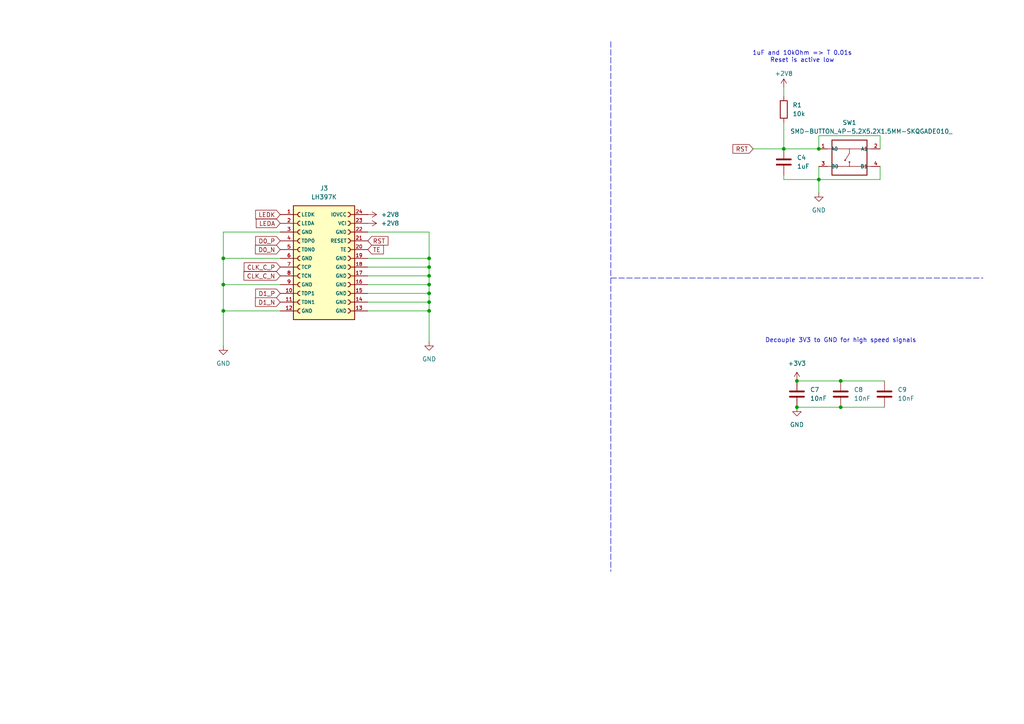
<source format=kicad_sch>
(kicad_sch (version 20231120) (generator "eeschema") (generator_version "8.0")
  (paper "A4")
  (lib_symbols
    (symbol "Device:C" (pin_numbers hide) (pin_names (offset 0.254))
      (property "Reference" "C" (at 0.635 2.54 0))
      (property "Value" "C" (at 0.635 -2.54 0))
      (symbol "C_0_1"
        (polyline (pts (xy -2.032 -0.762) (xy 2.032 -0.762)) (stroke (width 0.508)))
        (polyline (pts (xy -2.032 0.762) (xy 2.032 0.762)) (stroke (width 0.508)))
      )
      (symbol "C_1_1"
        (pin passive line (at 0 3.81 270) (length 2.794) (name "~") (number "1"))
        (pin passive line (at 0 -3.81 90) (length 2.794) (name "~") (number "2"))
      )
    )
    (symbol "Device:R" (pin_numbers hide) (pin_names (offset 0))
      (property "Reference" "R" (at 2.032 0 90))
      (property "Value" "R" (at 0 0 90))
      (symbol "R_0_1"
        (rectangle (start -1.016 -2.54) (end 1.016 2.54) (stroke (width 0.254)))
      )
      (symbol "R_1_1"
        (pin passive line (at 0 3.81 270) (length 1.27) (name "~") (number "1"))
        (pin passive line (at 0 -3.81 90) (length 1.27) (name "~") (number "2"))
      )
    )
    (symbol "LH397K-IC01:LH397K-IC01" (pin_names (offset 1.016))
      (property "Reference" "J" (at -8.9083 15.3926 0))
      (property "Value" "LH397K" (at -8.9063 -20.4718 0))
      (symbol "LH397K-IC01_0_0"
        (rectangle (start -8.89 15.24) (end 8.89 -17.78) (stroke (width 0.254)) (fill (type background)))
        (arc (start -6.985 -14.605) (mid -7.6172 -15.24) (end -6.985 -15.875) (stroke (width 0.254)))
        (arc (start -6.985 -12.065) (mid -7.6172 -12.7) (end -6.985 -13.335) (stroke (width 0.254)))
        (arc (start -6.985 -9.525) (mid -7.6172 -10.16) (end -6.985 -10.795) (stroke (width 0.254)))
        (arc (start -6.985 -6.985) (mid -7.6172 -7.62) (end -6.985 -8.255) (stroke (width 0.254)))
        (arc (start -6.985 -4.445) (mid -7.6172 -5.08) (end -6.985 -5.715) (stroke (width 0.254)))
        (arc (start -6.985 -1.905) (mid -7.6172 -2.54) (end -6.985 -3.175) (stroke (width 0.254)))
        (arc (start -6.985 0.635) (mid -7.6172 0) (end -6.985 -0.635) (stroke (width 0.254)))
        (arc (start -6.985 3.175) (mid -7.6172 2.54) (end -6.985 1.905) (stroke (width 0.254)))
        (arc (start -6.985 5.715) (mid -7.6172 5.08) (end -6.985 4.445) (stroke (width 0.254)))
        (arc (start -6.985 8.255) (mid -7.6172 7.62) (end -6.985 6.985) (stroke (width 0.254)))
        (arc (start -6.985 10.795) (mid -7.6172 10.16) (end -6.985 9.525) (stroke (width 0.254)))
        (arc (start -6.985 13.335) (mid -7.6172 12.7) (end -6.985 12.065) (stroke (width 0.254)))
        (arc (start 6.985 -15.875) (mid 7.6172 -15.24) (end 6.985 -14.605) (stroke (width 0.254)))
        (arc (start 6.985 -13.335) (mid 7.6172 -12.7) (end 6.985 -12.065) (stroke (width 0.254)))
        (arc (start 6.985 -10.795) (mid 7.6172 -10.16) (end 6.985 -9.525) (stroke (width 0.254)))
        (arc (start 6.985 -8.255) (mid 7.6172 -7.62) (end 6.985 -6.985) (stroke (width 0.254)))
        (arc (start 6.985 -5.715) (mid 7.6172 -5.08) (end 6.985 -4.445) (stroke (width 0.254)))
        (arc (start 6.985 -3.175) (mid 7.6172 -2.54) (end 6.985 -1.905) (stroke (width 0.254)))
        (arc (start 6.985 -0.635) (mid 7.6172 0) (end 6.985 0.635) (stroke (width 0.254)))
        (arc (start 6.985 1.905) (mid 7.6172 2.54) (end 6.985 3.175) (stroke (width 0.254)))
        (arc (start 6.985 4.445) (mid 7.6172 5.08) (end 6.985 5.715) (stroke (width 0.254)))
        (arc (start 6.985 6.985) (mid 7.6172 7.62) (end 6.985 8.255) (stroke (width 0.254)))
        (arc (start 6.985 9.525) (mid 7.6172 10.16) (end 6.985 10.795) (stroke (width 0.254)))
        (arc (start 6.985 12.065) (mid 7.6172 12.7) (end 6.985 13.335) (stroke (width 0.254)))
      )
      (symbol "LH397K-IC01_1_0"
        (pin power_in line (at -12.7 12.7 0) (length 5.08) (name "LEDK") (number "1"))
        (pin input line (at -12.7 -10.16 0) (length 5.08) (name "TDP1") (number "10"))
        (pin input line (at -12.7 -12.7 0) (length 5.08) (name "TDN1") (number "11"))
        (pin power_in line (at -12.7 -15.24 0) (length 5.08) (name "GND") (number "12"))
        (pin power_in line (at 12.7 -15.24 180) (length 5.08) (name "GND") (number "13"))
        (pin power_in line (at 12.7 -12.7 180) (length 5.08) (name "GND") (number "14"))
        (pin power_in line (at 12.7 -10.16 180) (length 5.08) (name "GND") (number "15"))
        (pin power_in line (at 12.7 -7.62 180) (length 5.08) (name "GND") (number "16"))
        (pin power_in line (at 12.7 -5.08 180) (length 5.08) (name "GND") (number "17"))
        (pin power_in line (at 12.7 -2.54 180) (length 5.08) (name "GND") (number "18"))
        (pin power_in line (at 12.7 0 180) (length 5.08) (name "GND") (number "19"))
        (pin power_in line (at -12.7 10.16 0) (length 5.08) (name "LEDA") (number "2"))
        (pin output line (at 12.7 2.54 180) (length 5.08) (name "TE") (number "20"))
        (pin input line (at 12.7 5.08 180) (length 5.08) (name "RESET") (number "21"))
        (pin power_in line (at 12.7 7.62 180) (length 5.08) (name "GND") (number "22"))
        (pin power_in line (at 12.7 10.16 180) (length 5.08) (name "VCI") (number "23"))
        (pin power_in line (at 12.7 12.7 180) (length 5.08) (name "IOVCC") (number "24"))
        (pin power_in line (at -12.7 7.62 0) (length 5.08) (name "GND") (number "3"))
        (pin input line (at -12.7 5.08 0) (length 5.08) (name "TDP0") (number "4"))
        (pin input line (at -12.7 2.54 0) (length 5.08) (name "TDN0") (number "5"))
        (pin power_in line (at -12.7 0 0) (length 5.08) (name "GND") (number "6"))
        (pin input line (at -12.7 -2.54 0) (length 5.08) (name "TCP") (number "7"))
        (pin input line (at -12.7 -5.08 0) (length 5.08) (name "TCN") (number "8"))
        (pin power_in line (at -12.7 -7.62 0) (length 5.08) (name "GND") (number "9"))
      )
    )
    (symbol "SMD-BUTTON_4P-5.2X5.2X1.5MM-SKQGADE010_:SMD-BUTTON_4P-5.2X5.2X1.5MM-SKQGADE010_" (pin_names (offset 1.016))
      (property "Reference" "SW" (at -5.0859 5.0859 0))
      (property "Value" "SMD-BUTTON_4P-5.2X5.2X1.5MM-SKQGADE010_" (at -5.0884 -6.3605 0))
      (symbol "SMD-BUTTON_4P-5.2X5.2X1.5MM-SKQGADE010__0_0"
        (circle (center -1.27 -0.762) (radius 0.1524))
        (circle (center 0 -1.27) (radius 0.1524))
        (polyline (pts (xy -6.35 -2.54) (xy -5.08 -2.54)) (stroke (width 0.1524)))
        (polyline (pts (xy -6.35 2.54) (xy -5.08 2.54)) (stroke (width 0.1524)))
        (polyline (pts (xy -5.08 -5.08) (xy -5.08 -2.54)) (stroke (width 0.254)))
        (polyline (pts (xy -5.08 -2.54) (xy -5.08 2.54)) (stroke (width 0.254)))
        (polyline (pts (xy -5.08 2.54) (xy -5.08 5.08)) (stroke (width 0.254)))
        (polyline (pts (xy -5.08 2.54) (xy 0 2.54)) (stroke (width 0.1524)))
        (polyline (pts (xy -5.08 5.08) (xy 5.08 5.08)) (stroke (width 0.254)))
        (polyline (pts (xy 0 -2.54) (xy -5.08 -2.54)) (stroke (width 0.1524)))
        (polyline (pts (xy 0 -2.54) (xy 5.08 -2.54)) (stroke (width 0.1524)))
        (polyline (pts (xy 0 -1.27) (xy 0 -2.54)) (stroke (width 0.1524)))
        (polyline (pts (xy 0 1.27) (xy -1.27 -0.762)) (stroke (width 0.1524)))
        (polyline (pts (xy 0 2.54) (xy 0 1.27)) (stroke (width 0.1524)))
        (polyline (pts (xy 0 2.54) (xy 5.08 2.54)) (stroke (width 0.1524)))
        (polyline (pts (xy 5.08 -5.08) (xy -5.08 -5.08)) (stroke (width 0.254)))
        (polyline (pts (xy 5.08 -2.54) (xy 5.08 -5.08)) (stroke (width 0.254)))
        (polyline (pts (xy 5.08 2.54) (xy 5.08 -2.54)) (stroke (width 0.254)))
        (polyline (pts (xy 5.08 5.08) (xy 5.08 2.54)) (stroke (width 0.254)))
        (polyline (pts (xy 6.35 -2.54) (xy 5.08 -2.54)) (stroke (width 0.1524)))
        (polyline (pts (xy 6.35 2.54) (xy 5.08 2.54)) (stroke (width 0.1524)))
        (pin bidirectional line (at -8.89 2.54 0) (length 2.54) (name "A0") (number "1"))
        (pin bidirectional line (at 8.89 2.54 180) (length 2.54) (name "A1") (number "2"))
        (pin bidirectional line (at -8.89 -2.54 0) (length 2.54) (name "B0") (number "3"))
        (pin bidirectional line (at 8.89 -2.54 180) (length 2.54) (name "B1") (number "4"))
      )
    )
    (symbol "power:+2V8" (power) (pin_numbers hide) (pin_names (offset 0) hide)
      (property "Value" "+2V8" (at 0 3.556 0))
      (symbol "+2V8_0_1"
        (polyline (pts (xy -0.762 1.27) (xy 0 2.54)))
        (polyline (pts (xy 0 0) (xy 0 2.54)))
        (polyline (pts (xy 0 2.54) (xy 0.762 1.27)))
      )
      (symbol "+2V8_1_1"
        (pin power_in line (at 0 0 90) (length 0) (name "~") (number "1"))
      )
    )
    (symbol "power:+3V3" (power) (pin_numbers hide) (pin_names (offset 0) hide)
      (property "Value" "+3V3" (at 0 3.556 0))
      (symbol "+3V3_0_1"
        (polyline (pts (xy -0.762 1.27) (xy 0 2.54)))
        (polyline (pts (xy 0 0) (xy 0 2.54)))
        (polyline (pts (xy 0 2.54) (xy 0.762 1.27)))
      )
      (symbol "+3V3_1_1"
        (pin power_in line (at 0 0 90) (length 0) (name "~") (number "1"))
      )
    )
    (symbol "power:GND" (power) (pin_numbers hide) (pin_names (offset 0) hide)
      (property "Value" "GND" (at 0 -3.81 0))
      (symbol "GND_0_1"
        (polyline (pts (xy 0 0) (xy 0 -1.27) (xy 1.27 -1.27) (xy 0 -2.54) (xy -1.27 -1.27) (xy 0 -1.27)))
      )
      (symbol "GND_1_1"
        (pin power_in line (at 0 0 270) (length 0) (name "~") (number "1"))
      )
    )
  )
  (junction (at 237.49 52.07))
  (junction (at 237.49 43.18))
  (junction (at 243.84 110.49))
  (junction (at 124.46 87.63))
  (junction (at 124.46 85.09))
  (junction (at 124.46 77.47))
  (junction (at 124.46 82.55))
  (junction (at 231.14 110.49))
  (junction (at 124.46 74.93))
  (junction (at 124.46 80.01))
  (junction (at 227.33 43.18))
  (junction (at 64.77 82.55))
  (junction (at 243.84 118.11))
  (junction (at 64.77 74.93))
  (junction (at 64.77 90.17))
  (junction (at 231.14 118.11))
  (junction (at 124.46 90.17))
  (wire (pts (xy 243.84 110.49) (xy 256.54 110.49)))
  (polyline (pts (xy 177.165 12.065) (xy 177.165 165.735)) (stroke (width 0) (type dash)))
  (wire (pts (xy 231.14 110.49) (xy 243.84 110.49)))
  (wire (pts (xy 64.77 90.17) (xy 64.77 82.55)))
  (wire (pts (xy 227.33 52.07) (xy 237.49 52.07)))
  (wire (pts (xy 227.33 43.18) (xy 227.33 35.56)))
  (wire (pts (xy 124.46 85.09) (xy 124.46 87.63)))
  (wire (pts (xy 227.33 52.07) (xy 227.33 50.8)))
  (wire (pts (xy 255.27 52.07) (xy 255.27 48.26)))
  (wire (pts (xy 243.84 118.11) (xy 256.54 118.11)))
  (wire (pts (xy 218.44 43.18) (xy 227.33 43.18)))
  (wire (pts (xy 237.49 52.07) (xy 255.27 52.07)))
  (wire (pts (xy 227.33 25.4) (xy 227.33 27.94)))
  (wire (pts (xy 106.68 74.93) (xy 124.46 74.93)))
  (wire (pts (xy 106.68 90.17) (xy 124.46 90.17)))
  (wire (pts (xy 124.46 77.47) (xy 124.46 80.01)))
  (wire (pts (xy 124.46 82.55) (xy 124.46 85.09)))
  (wire (pts (xy 64.77 82.55) (xy 64.77 74.93)))
  (wire (pts (xy 124.46 87.63) (xy 124.46 90.17)))
  (wire (pts (xy 64.77 74.93) (xy 64.77 67.31)))
  (wire (pts (xy 255.27 39.37) (xy 237.49 39.37)))
  (wire (pts (xy 64.77 74.93) (xy 81.28 74.93)))
  (wire (pts (xy 124.46 90.17) (xy 124.46 99.06)))
  (wire (pts (xy 106.68 80.01) (xy 124.46 80.01)))
  (wire (pts (xy 106.68 87.63) (xy 124.46 87.63)))
  (wire (pts (xy 227.33 43.18) (xy 237.49 43.18)))
  (wire (pts (xy 237.49 52.07) (xy 237.49 48.26)))
  (wire (pts (xy 106.68 77.47) (xy 124.46 77.47)))
  (wire (pts (xy 124.46 74.93) (xy 124.46 77.47)))
  (wire (pts (xy 124.46 80.01) (xy 124.46 82.55)))
  (wire (pts (xy 106.68 82.55) (xy 124.46 82.55)))
  (wire (pts (xy 124.46 67.31) (xy 124.46 74.93)))
  (wire (pts (xy 64.77 90.17) (xy 81.28 90.17)))
  (polyline (pts (xy 177.165 80.645) (xy 285.115 80.645)) (stroke (width 0) (type dash)))
  (wire (pts (xy 231.14 118.11) (xy 243.84 118.11)))
  (wire (pts (xy 106.68 85.09) (xy 124.46 85.09)))
  (wire (pts (xy 64.77 67.31) (xy 81.28 67.31)))
  (wire (pts (xy 106.68 67.31) (xy 124.46 67.31)))
  (wire (pts (xy 255.27 43.18) (xy 255.27 39.37)))
  (wire (pts (xy 237.49 55.88) (xy 237.49 52.07)))
  (wire (pts (xy 64.77 100.33) (xy 64.77 90.17)))
  (wire (pts (xy 64.77 82.55) (xy 81.28 82.55)))
  (wire (pts (xy 237.49 39.37) (xy 237.49 43.18)))
  (text "1uF and 10kOhm => T 0.01s\nReset is active low" (at 232.664 16.51 0) (effects (font (size 1.27 1.27))))
  (text "Decouple 3V3 to GND for high speed signals\n" (at 243.84 98.806 0) (effects (font (size 1.27 1.27))))
  (global_label "CLK_C_P" (shape input) (at 81.28 77.47 180) (property "Intersheetrefs" "${INTERSHEET_REFS}" (effects (hide yes))))
  (global_label "LEDK" (shape input) (at 81.28 62.23 180) (property "Intersheetrefs" "${INTERSHEET_REFS}" (effects (hide yes))))
  (global_label "D1_P" (shape input) (at 81.28 85.09 180) (property "Intersheetrefs" "${INTERSHEET_REFS}" (effects (hide yes))))
  (global_label "RST" (shape input) (at 106.68 69.85 0) (property "Intersheetrefs" "${INTERSHEET_REFS}" (effects (hide yes))))
  (global_label "D0_N" (shape input) (at 81.28 72.39 180) (property "Intersheetrefs" "${INTERSHEET_REFS}" (effects (hide yes))))
  (global_label "CLK_C_N" (shape input) (at 81.28 80.01 180) (property "Intersheetrefs" "${INTERSHEET_REFS}" (effects (hide yes))))
  (global_label "TE" (shape input) (at 106.68 72.39 0) (property "Intersheetrefs" "${INTERSHEET_REFS}" (effects (hide yes))))
  (global_label "RST" (shape input) (at 218.44 43.18 180) (property "Intersheetrefs" "${INTERSHEET_REFS}" (effects (hide yes))))
  (global_label "LEDA" (shape input) (at 81.28 64.77 180) (property "Intersheetrefs" "${INTERSHEET_REFS}" (effects (hide yes))))
  (global_label "D0_P" (shape input) (at 81.28 69.85 180) (property "Intersheetrefs" "${INTERSHEET_REFS}" (effects (hide yes))))
  (global_label "D1_N" (shape input) (at 81.28 87.63 180) (property "Intersheetrefs" "${INTERSHEET_REFS}" (effects (hide yes))))
  (symbol (lib_id "LH397K-IC01:LH397K-IC01") (at 93.98 74.93 0) (unit 1)
    (property "Reference" "J3" (at 93.98 54.61 0))
    (property "Value" "LH397K" (at 93.98 57.15 0))
    (property "Footprint" "custom:LH397K-IC01" (effects (hide yes)))
    (property "Description" "SWI LH397K-IC01 LCD display" (effects (hide yes)))
  )
  (symbol (lib_id "Device:C") (at 243.84 114.3 0) (unit 1)
    (property "Reference" "C8" (at 247.65 113.0299 0) (effects (justify left)))
    (property "Value" "10nF" (at 247.65 115.5699 0) (effects (justify left)))
    (property "Footprint" "Capacitor_SMD:C_0603_1608Metric" (effects (hide yes)))
    (property "Description" "Unpolarized capacitor" (effects (hide yes)))
    (property "LCSC" "C525264" (effects (hide yes)))
  )
  (symbol (lib_id "power:GND") (at 64.77 100.33 0) (unit 1)
    (property "Reference" "#PWR010" (effects (hide yes)))
    (property "Value" "GND" (at 64.77 105.41 0))
    (property "Description" "Power symbol creates a global label with name \"GND\" , ground" (effects (hide yes)))
  )
  (symbol (lib_id "Device:C") (at 256.54 114.3 0) (unit 1)
    (property "Reference" "C9" (at 260.35 113.0299 0) (effects (justify left)))
    (property "Value" "10nF" (at 260.35 115.5699 0) (effects (justify left)))
    (property "Footprint" "Capacitor_SMD:C_0603_1608Metric" (effects (hide yes)))
    (property "Description" "Unpolarized capacitor" (effects (hide yes)))
    (property "LCSC" "C525264" (effects (hide yes)))
  )
  (symbol (lib_id "Device:C") (at 231.14 114.3 0) (unit 1)
    (property "Reference" "C7" (at 234.95 113.0299 0) (effects (justify left)))
    (property "Value" "10nF" (at 234.95 115.5699 0) (effects (justify left)))
    (property "Footprint" "Capacitor_SMD:C_0603_1608Metric" (effects (hide yes)))
    (property "Description" "Unpolarized capacitor" (effects (hide yes)))
    (property "LCSC" "C525264" (effects (hide yes)))
  )
  (symbol (lib_id "power:GND") (at 237.49 55.88 0) (unit 1)
    (property "Reference" "#PWR012" (effects (hide yes)))
    (property "Value" "GND" (at 237.49 60.96 0))
    (property "Description" "Power symbol creates a global label with name \"GND\" , ground" (effects (hide yes)))
  )
  (symbol (lib_id "Device:R") (at 227.33 31.75 0) (unit 1)
    (property "Reference" "R1" (at 229.87 30.4799 0) (effects (justify left)))
    (property "Value" "10k" (at 229.87 33.0199 0) (effects (justify left)))
    (property "Footprint" "Resistor_SMD:R_0603_1608Metric" (effects (hide yes)))
    (property "Description" "Resistor" (effects (hide yes)))
    (property "LCSC" "C2930027" (effects (hide yes)))
  )
  (symbol (lib_id "power:+2V8") (at 106.68 64.77 270) (unit 1)
    (property "Reference" "#PWR08" (effects (hide yes)))
    (property "Value" "+2V8" (at 110.49 64.7699 90) (effects (justify left)))
    (property "Description" "Power symbol creates a global label with name \"+2V8\"" (effects (hide yes)))
  )
  (symbol (lib_id "power:+2V8") (at 227.33 25.4 0) (unit 1)
    (property "Reference" "#PWR011" (effects (hide yes)))
    (property "Value" "+2V8" (at 227.33 21.336 0))
    (property "Description" "Power symbol creates a global label with name \"+2V8\"" (effects (hide yes)))
  )
  (symbol (lib_id "SMD-BUTTON_4P-5.2X5.2X1.5MM-SKQGADE010_:SMD-BUTTON_4P-5.2X5.2X1.5MM-SKQGADE010_") (at 246.38 45.72 0) (unit 1)
    (property "Reference" "SW1" (at 246.38 35.56 0))
    (property "Value" "SMD-BUTTON_4P-5.2X5.2X1.5MM-SKQGADE010_" (at 252.73 38.1 0))
    (property "Footprint" "custom:SW4-SMD-5.2X5.2X1.5MM" (effects (hide yes)))
    (property "MF" "ALPS" (effects (hide yes)))
    (property "Description_1" "\nSwitch Tactile N.O. SPST Round Button Gull Wing 0.05A 12VDC 2.55N SMD T/R\n" (effects (hide yes)))
    (property "Package" "SMD-4 ALPS" (effects (hide yes)))
    (property "Price" "None" (effects (hide yes)))
    (property "SnapEDA_Link" "https://www.snapeda.com/parts/SKQGADE010/ALPS/view-part/?ref=snap" (effects (hide yes)))
    (property "MP" "SKQGADE010" (effects (hide yes)))
    (property "Purchase-URL" "https://www.snapeda.com/api/url_track_click_mouser/?unipart_id=106172&manufacturer=ALPS&part_name=SKQGADE010&search_term=None" (effects (hide yes)))
    (property "Availability" "In Stock" (effects (hide yes)))
    (property "Check_prices" "https://www.snapeda.com/parts/SKQGADE010/ALPS/view-part/?ref=eda" (effects (hide yes)))
    (property "LCSC" "C116647" (effects (hide yes)))
  )
  (symbol (lib_id "power:+2V8") (at 106.68 62.23 270) (unit 1)
    (property "Reference" "#PWR07" (effects (hide yes)))
    (property "Value" "+2V8" (at 110.49 62.2299 90) (effects (justify left)))
    (property "Description" "Power symbol creates a global label with name \"+2V8\"" (effects (hide yes)))
  )
  (symbol (lib_id "Device:C") (at 227.33 46.99 0) (unit 1)
    (property "Reference" "C4" (at 231.14 45.7199 0) (effects (justify left)))
    (property "Value" "1uF" (at 231.14 48.2599 0) (effects (justify left)))
    (property "Footprint" "Capacitor_SMD:C_0603_1608Metric" (effects (hide yes)))
    (property "Description" "Unpolarized capacitor" (effects (hide yes)))
    (property "LCSC" "C386149" (effects (hide yes)))
  )
  (symbol (lib_id "power:GND") (at 124.46 99.06 0) (unit 1)
    (property "Reference" "#PWR015" (effects (hide yes)))
    (property "Value" "GND" (at 124.46 104.14 0))
    (property "Description" "Power symbol creates a global label with name \"GND\" , ground" (effects (hide yes)))
  )
  (symbol (lib_id "power:+3V3") (at 231.14 110.49 0) (unit 1)
    (property "Reference" "#PWR016" (effects (hide yes)))
    (property "Value" "+3V3" (at 231.14 105.41 0))
    (property "Description" "Power symbol creates a global label with name \"+3V3\"" (effects (hide yes)))
  )
  (symbol (lib_id "power:GND") (at 231.14 118.11 0) (unit 1)
    (property "Reference" "#PWR017" (effects (hide yes)))
    (property "Value" "GND" (at 231.14 123.19 0))
    (property "Description" "Power symbol creates a global label with name \"GND\" , ground" (effects (hide yes)))
  )
)
</source>
